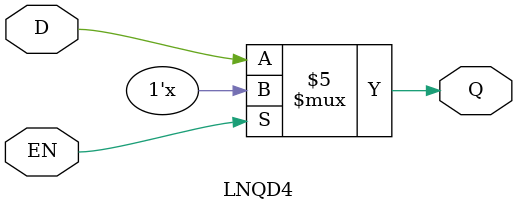
<source format=v>

`timescale 1ns/1ps

module DEL3 (I, Z);
    input wire I;
    output wire Z;

    assign Z = I;
    
endmodule

module CKMUX2D4 (I0, I1, S, Z);
    input wire I0, I1, S;
    output Z;
    
    reg Z;    
    always@(*) begin
        if (S==1'b0)
            Z = I0;
        else if (S==1'b1)
            Z = I1;
        else
            Z = 1'bx;
    end      

endmodule

module CKND8 (I, ZN);
    input wire I;
    output wire ZN;
    
    assign ZN = !I;
    
endmodule

module BUFFD16 (I, Z);
    input wire I;
    output wire Z;

    assign Z = I;
    
endmodule


module DFQD4 (D, CP, Q);
    input D, CP;
    output reg Q = 1'b0;

    always@(posedge CP)
        Q <= D;

endmodule


module INVD24 (I, ZN);
    input wire I;
    output wire ZN;
    
    assign ZN = !I;
    
endmodule

module INVD8 (I, ZN);
    input wire I;
    output wire ZN;
    
    assign ZN = !I;
    
endmodule


module DFCNQD4 (D, CP, CDN, Q);
    input D, CP, CDN;
    output reg Q = 1'b0; 
    
    always@(posedge CP or negedge CDN)
        if(!CDN)
            Q <= 0;
        else
            Q <= D;
  
endmodule

module CKND4 (I, ZN);
    input wire I;
    output wire ZN;
    
    assign ZN = !I;
    
endmodule


module OR2D4 (A1, A2, Z);
    input A1, A2;
    output Z;
    
    assign Z = A1 | A2;
    
endmodule

module INVD4 (I, ZN);
    input wire I;
    output wire ZN;
    
    assign ZN = !I;
    
endmodule

module INVD2 (I, ZN);
    input wire I;
    output wire ZN;
    
    assign ZN = !I;
    
endmodule

module INVD12 (I, ZN);
    input wire I;
    output wire ZN;
    
    assign ZN = !I;
    
endmodule

module AN2D2 (A1, A2, Z);
    input A1, A2;
    output Z;
    
    assign Z = A1 & A2;
    
endmodule

module CKBD16 (I, Z);
    input wire I;
    output wire Z;
    
    assign Z = I;
    
endmodule

module CKBD12 (I, Z);
    input wire I;
    output wire Z;
    
    assign Z = I;
    
endmodule

module CKBD6 (I, Z);
    input wire I;
    output wire Z;
    
    assign Z = I;
    
endmodule


module XNR2D4 (A1, A2, ZN);
  input    A1, A2;
  output   ZN;
  
  assign ZN = A1 ~^ A2;
  
endmodule


module NR2XD4 (A1, A2, ZN);
  input    A1, A2;
  output   ZN;
  
  assign ZN = ~(A1 | A2);
  
endmodule

module DFD4 (D, CP, Q, QN);
    input D, CP;
    output reg Q = 1'b0; 
    output QN; 

    
    always@(posedge CP)
         Q <= D;
    
    assign QN = !Q;
  
endmodule

module TIEL (ZN);
  output  ZN;
  
  assign ZN = 1'b0;
endmodule

module MUX2D4 (I0, I1, S, Z);
    input wire I0, I1, S;
    output Z;
    
    reg Z;    
    always@(*) begin
        if (S==1'b0)
            Z = I0;
        else if (S==1'b1)
            Z = I1;
        else
            Z = 1'bx;
    end      

endmodule

// Already declared on line#84
// module CKND4 (I, ZN);
    // input wire I;
    // output wire ZN;
    
    // assign ZN = !I;
    
// endmodule

module CKND24 (I, ZN);
    input wire I;
    output wire ZN;
    
    assign ZN = !I;
    
endmodule


module CKND6 (I, ZN);
    input wire I;
    output wire ZN;
    
    assign ZN = !I;
    
endmodule

module DFXQD4 (DA, DB, SA, CP, Q);
    input DA, DB, SA, CP;
    output reg Q = 1'b0;     

    always@(posedge CP) begin
        //if(SE)
        // Q <= SI;
        //else 
        if (SA)
         Q <= DA;
        else
         Q <= DB;
    end
    
   
  
endmodule


module AN2D4 (A1, A2, Z);
    input A1, A2;
    output Z;
    
    assign Z = A1 & A2;
    
endmodule

module MUX4D4 (I0, I1, I2, I3, S0, S1, Z);
  input I0, I1, I2, I3, S0, S1;
  output Z;
  reg Z;
    
    
    always@(*) begin
        case ({S1,S0}) 
            2'b00 : Z = I0; 
            2'b01 : Z = I1; 
            2'b10 : Z = I2; 
            2'b11 : Z = I3; 
        endcase 
    end      

endmodule


module LNQD4 (D, EN, Q);
    input D, EN;
    output reg Q = 1'b0;
    
    
    always@(*)
        if(!EN)
            Q = D;
        
endmodule



</source>
